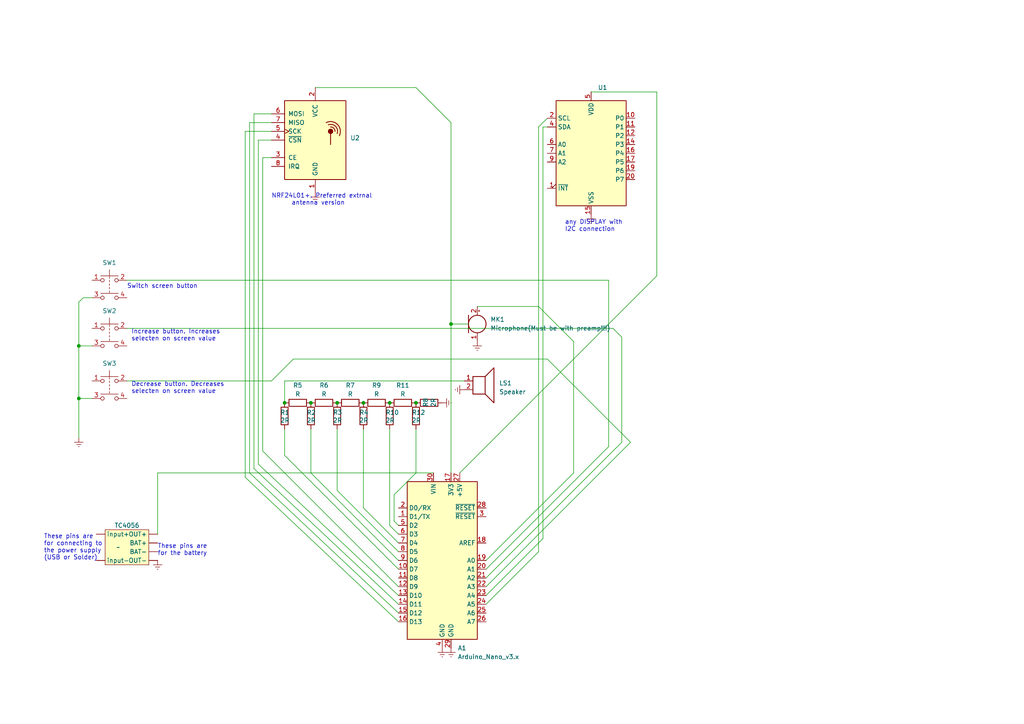
<source format=kicad_sch>
(kicad_sch (version 20230121) (generator eeschema)
  (paper "A4")
  (lib_symbols
    (symbol "Device:Microphone" (pin_names (offset 0.0254) hide)
      (property "Reference" "MK" (at -3.81 1.27 0))
      (property "Value" "Microphone" (at -3.81 -0.635 0))
      (symbol "Microphone_0_1"
        (polyline (pts (xy -2.54 2.54) (xy -2.54 -2.54)) (stroke (width 0.254)))
        (polyline (pts (xy 0.254 3.81) (xy 0.762 3.81)))
        (polyline (pts (xy 0.508 4.064) (xy 0.508 3.556)))
        (circle (center 0 0) (radius 2.54) (stroke (width 0.254)))
      )
      (symbol "Microphone_1_1"
        (pin passive line (at 0 -5.08 90) (length 2.54) (name "-") (number "1"))
        (pin passive line (at 0 5.08 270) (length 2.54) (name "+") (number "2"))
      )
    )
    (symbol "Device:R" (pin_numbers hide) (pin_names (offset 0))
      (property "Reference" "R" (at 2.032 0 90))
      (property "Value" "R" (at 0 0 90))
      (symbol "R_0_1"
        (rectangle (start -1.016 -2.54) (end 1.016 2.54) (stroke (width 0.254)))
      )
      (symbol "R_1_1"
        (pin passive line (at 0 3.81 270) (length 1.27) (name "~") (number "1"))
        (pin passive line (at 0 -3.81 90) (length 1.27) (name "~") (number "2"))
      )
    )
    (symbol "Device:Speaker" (pin_names (offset 0) hide)
      (property "Reference" "LS" (at 1.27 5.715 0))
      (property "Value" "Speaker" (at 1.27 3.81 0))
      (symbol "Speaker_0_0"
        (rectangle (start -2.54 1.27) (end 1.016 -3.81) (stroke (width 0.254)))
        (polyline (pts (xy 1.016 1.27) (xy 3.556 3.81) (xy 3.556 -6.35) (xy 1.016 -3.81)) (stroke (width 0.254)))
      )
      (symbol "Speaker_1_1"
        (pin input line (at -5.08 0 0) (length 2.54) (name "1") (number "1"))
        (pin input line (at -5.08 -2.54 0) (length 2.54) (name "2") (number "2"))
      )
    )
    (symbol "Interface_Expansion:PCF8574TS"
      (property "Reference" "U" (at -8.89 16.51 0))
      (property "Value" "PCF8574TS" (at 3.81 16.51 0))
      (symbol "PCF8574TS_0_1"
        (rectangle (start -10.16 15.24) (end 10.16 -15.24) (stroke (width 0.254)) (fill (type background)))
      )
      (symbol "PCF8574TS_1_1"
        (pin open_collector output_low (at -12.7 -10.16 0) (length 2.54) (name "~{INT}") (number "1"))
        (pin bidirectional line (at 12.7 10.16 180) (length 2.54) (name "P0") (number "10"))
        (pin bidirectional line (at 12.7 7.62 180) (length 2.54) (name "P1") (number "11"))
        (pin bidirectional line (at 12.7 5.08 180) (length 2.54) (name "P2") (number "12"))
        (pin no_connect line (at -10.16 -5.08 0) (length 2.54) hide (name "NC") (number "13"))
        (pin bidirectional line (at 12.7 2.54 180) (length 2.54) (name "P3") (number "14"))
        (pin power_in line (at 0 -17.78 90) (length 2.54) (name "VSS") (number "15"))
        (pin bidirectional line (at 12.7 0 180) (length 2.54) (name "P4") (number "16"))
        (pin bidirectional line (at 12.7 -2.54 180) (length 2.54) (name "P5") (number "17"))
        (pin no_connect line (at -10.16 -7.62 0) (length 2.54) hide (name "NC") (number "18"))
        (pin bidirectional line (at 12.7 -5.08 180) (length 2.54) (name "P6") (number "19"))
        (pin input line (at -12.7 10.16 0) (length 2.54) (name "SCL") (number "2"))
        (pin bidirectional line (at 12.7 -7.62 180) (length 2.54) (name "P7") (number "20"))
        (pin no_connect line (at 10.16 -10.16 180) (length 2.54) hide (name "NC") (number "3"))
        (pin bidirectional line (at -12.7 7.62 0) (length 2.54) (name "SDA") (number "4"))
        (pin power_in line (at 0 17.78 270) (length 2.54) (name "VDD") (number "5"))
        (pin input line (at -12.7 2.54 0) (length 2.54) (name "A0") (number "6"))
        (pin input line (at -12.7 0 0) (length 2.54) (name "A1") (number "7"))
        (pin no_connect line (at 10.16 -12.7 180) (length 2.54) hide (name "NC") (number "8"))
        (pin input line (at -12.7 -2.54 0) (length 2.54) (name "A2") (number "9"))
      )
    )
    (symbol "MCU_Module:Arduino_Nano_v3.x"
      (property "Reference" "A" (at -10.16 23.495 0))
      (property "Value" "Arduino_Nano_v3.x" (at 5.08 -24.13 0))
      (symbol "Arduino_Nano_v3.x_0_1"
        (rectangle (start -10.16 22.86) (end 10.16 -22.86) (stroke (width 0.254)) (fill (type background)))
      )
      (symbol "Arduino_Nano_v3.x_1_1"
        (pin bidirectional line (at -12.7 12.7 0) (length 2.54) (name "D1/TX") (number "1"))
        (pin bidirectional line (at -12.7 -2.54 0) (length 2.54) (name "D7") (number "10"))
        (pin bidirectional line (at -12.7 -5.08 0) (length 2.54) (name "D8") (number "11"))
        (pin bidirectional line (at -12.7 -7.62 0) (length 2.54) (name "D9") (number "12"))
        (pin bidirectional line (at -12.7 -10.16 0) (length 2.54) (name "D10") (number "13"))
        (pin bidirectional line (at -12.7 -12.7 0) (length 2.54) (name "D11") (number "14"))
        (pin bidirectional line (at -12.7 -15.24 0) (length 2.54) (name "D12") (number "15"))
        (pin bidirectional line (at -12.7 -17.78 0) (length 2.54) (name "D13") (number "16"))
        (pin power_out line (at 2.54 25.4 270) (length 2.54) (name "3V3") (number "17"))
        (pin input line (at 12.7 5.08 180) (length 2.54) (name "AREF") (number "18"))
        (pin bidirectional line (at 12.7 0 180) (length 2.54) (name "A0") (number "19"))
        (pin bidirectional line (at -12.7 15.24 0) (length 2.54) (name "D0/RX") (number "2"))
        (pin bidirectional line (at 12.7 -2.54 180) (length 2.54) (name "A1") (number "20"))
        (pin bidirectional line (at 12.7 -5.08 180) (length 2.54) (name "A2") (number "21"))
        (pin bidirectional line (at 12.7 -7.62 180) (length 2.54) (name "A3") (number "22"))
        (pin bidirectional line (at 12.7 -10.16 180) (length 2.54) (name "A4") (number "23"))
        (pin bidirectional line (at 12.7 -12.7 180) (length 2.54) (name "A5") (number "24"))
        (pin bidirectional line (at 12.7 -15.24 180) (length 2.54) (name "A6") (number "25"))
        (pin bidirectional line (at 12.7 -17.78 180) (length 2.54) (name "A7") (number "26"))
        (pin power_out line (at 5.08 25.4 270) (length 2.54) (name "+5V") (number "27"))
        (pin input line (at 12.7 15.24 180) (length 2.54) (name "~{RESET}") (number "28"))
        (pin power_in line (at 2.54 -25.4 90) (length 2.54) (name "GND") (number "29"))
        (pin input line (at 12.7 12.7 180) (length 2.54) (name "~{RESET}") (number "3"))
        (pin power_in line (at -2.54 25.4 270) (length 2.54) (name "VIN") (number "30"))
        (pin power_in line (at 0 -25.4 90) (length 2.54) (name "GND") (number "4"))
        (pin bidirectional line (at -12.7 10.16 0) (length 2.54) (name "D2") (number "5"))
        (pin bidirectional line (at -12.7 7.62 0) (length 2.54) (name "D3") (number "6"))
        (pin bidirectional line (at -12.7 5.08 0) (length 2.54) (name "D4") (number "7"))
        (pin bidirectional line (at -12.7 2.54 0) (length 2.54) (name "D5") (number "8"))
        (pin bidirectional line (at -12.7 0 0) (length 2.54) (name "D6") (number "9"))
      )
    )
    (symbol "RF:NRF24L01_Breakout" (pin_names (offset 1.016))
      (property "Reference" "U" (at -8.89 12.7 0))
      (property "Value" "NRF24L01_Breakout" (at 3.81 12.7 0))
      (symbol "NRF24L01_Breakout_0_1"
        (rectangle (start -8.89 11.43) (end 8.89 -11.43) (stroke (width 0.254)) (fill (type background)))
        (polyline (pts (xy 4.445 1.905) (xy 4.445 -1.27)) (stroke (width 0.254)))
        (circle (center 4.445 2.54) (radius 0.635) (stroke (width 0.254)) (fill (type outline)))
        (arc (start 5.715 2.54) (mid 5.3521 3.4546) (end 4.445 3.81) (stroke (width 0.254)))
        (arc (start 6.35 1.905) (mid 5.8763 3.9854) (end 3.81 4.445) (stroke (width 0.254)))
        (arc (start 6.985 1.27) (mid 6.453 4.548) (end 3.175 5.08) (stroke (width 0.254)))
      )
      (symbol "NRF24L01_Breakout_1_1"
        (pin power_in line (at 0 -15.24 90) (length 3.81) (name "GND") (number "1"))
        (pin power_in line (at 0 15.24 270) (length 3.81) (name "VCC") (number "2"))
        (pin input line (at -12.7 -5.08 0) (length 3.81) (name "CE") (number "3"))
        (pin input line (at -12.7 0 0) (length 3.81) (name "~{CSN}") (number "4"))
        (pin input clock (at -12.7 2.54 0) (length 3.81) (name "SCK") (number "5"))
        (pin input line (at -12.7 7.62 0) (length 3.81) (name "MOSI") (number "6"))
        (pin output line (at -12.7 5.08 0) (length 3.81) (name "MISO") (number "7"))
        (pin output line (at -12.7 -7.62 0) (length 3.81) (name "IRQ") (number "8"))
      )
    )
    (symbol "Switch:SW_Push_Dual" (pin_names (offset 1.016) hide)
      (property "Reference" "SW" (at 1.27 2.54 0))
      (property "Value" "SW_Push_Dual" (at 0 -6.858 0))
      (symbol "SW_Push_Dual_0_1"
        (circle (center -2.032 -5.08) (radius 0.508))
        (circle (center -2.032 0) (radius 0.508))
        (polyline (pts (xy 0 -3.048) (xy 0 -3.556)))
        (polyline (pts (xy 0 -2.032) (xy 0 -2.54)))
        (polyline (pts (xy 0 -1.524) (xy 0 -1.016)))
        (polyline (pts (xy 0 -0.508) (xy 0 0)))
        (polyline (pts (xy 0 0.508) (xy 0 1.016)))
        (polyline (pts (xy 0 1.27) (xy 0 3.048)))
        (polyline (pts (xy 2.54 -3.81) (xy -2.54 -3.81)))
        (polyline (pts (xy 2.54 1.27) (xy -2.54 1.27)))
        (circle (center 2.032 -5.08) (radius 0.508))
        (circle (center 2.032 0) (radius 0.508))
        (pin passive line (at -5.08 0 0) (length 2.54) (name "1") (number "1"))
        (pin passive line (at 5.08 0 180) (length 2.54) (name "2") (number "2"))
        (pin passive line (at -5.08 -5.08 0) (length 2.54) (name "3") (number "3"))
        (pin passive line (at 5.08 -5.08 180) (length 2.54) (name "4") (number "4"))
      )
    )
    (symbol "from_internet:tc4056"
      (property "Reference" "TC4056" (at -1.27 0 0))
      (symbol "tc4056_1_1"
        (rectangle (start -5.08 5.08) (end 7.62 -5.08) (fill (type background)))
        (pin bidirectional line (at 10.16 1.27 180) (length 2.54) (name "BAT+") (number ""))
        (pin bidirectional line (at 10.16 -1.27 180) (length 2.54) (name "BAT-") (number ""))
        (pin output line (at 10.16 3.81 180) (length 2.54) (name "OUT+") (number ""))
        (pin output line (at 10.16 -3.81 180) (length 2.54) (name "OUT-") (number ""))
        (pin input line (at -7.62 3.81 0) (length 2.54) (name "input+") (number ""))
        (pin input line (at -7.62 -3.81 0) (length 2.54) (name "input-") (number ""))
      )
    )
    (symbol "power:Earth" (power) (pin_names (offset 0))
      (symbol "Earth_0_1"
        (polyline (pts (xy -0.635 -1.905) (xy 0.635 -1.905)))
        (polyline (pts (xy -0.127 -2.54) (xy 0.127 -2.54)))
        (polyline (pts (xy 0 -1.27) (xy 0 0)))
        (polyline (pts (xy 1.27 -1.27) (xy -1.27 -1.27)))
      )
      (symbol "Earth_1_1"
        (pin power_in line (at 0 0 270) (length 0) hide (name "Earth") (number "1"))
      )
    )
  )
  (junction (at 120.65 116.84))
  (junction (at 90.17 116.84))
  (junction (at 82.55 116.84))
  (junction (at 22.86 115.57))
  (junction (at 97.79 116.84))
  (junction (at 113.03 116.84))
  (junction (at 130.81 93.98))
  (junction (at 22.86 100.33))
  (junction (at 105.41 116.84))
  (wire (pts (xy 113.03 124.46) (xy 113.03 152.4)))
  (wire (pts (xy 114.3 151.13) (xy 115.57 152.4)))
  (wire (pts (xy 72.39 35.56) (xy 72.39 137.16)))
  (wire (pts (xy 157.48 36.83) (xy 158.75 36.83)))
  (wire (pts (xy 156.21 36.83) (xy 158.75 34.29)))
  (wire (pts (xy 166.37 99.06) (xy 166.37 137.16)))
  (wire (pts (xy 45.72 137.16) (xy 125.73 137.16)))
  (wire (pts (xy 73.66 33.02) (xy 73.66 135.89)))
  (wire (pts (xy 171.45 26.67) (xy 190.5 26.67)))
  (wire (pts (xy 180.34 128.27) (xy 140.97 167.64)))
  (wire (pts (xy 105.41 147.32) (xy 115.57 157.48)))
  (wire (pts (xy 82.55 110.49) (xy 134.62 110.49)))
  (wire (pts (xy 76.2 45.72) (xy 76.2 130.81)))
  (wire (pts (xy 120.65 124.46) (xy 120.65 137.16)))
  (wire (pts (xy 90.17 137.16) (xy 115.57 162.56)))
  (wire (pts (xy 120.65 137.16) (xy 114.3 143.51)))
  (wire (pts (xy 113.03 152.4) (xy 115.57 154.94)))
  (wire (pts (xy 166.37 137.16) (xy 140.97 162.56)))
  (wire (pts (xy 22.86 115.57) (xy 26.67 115.57)))
  (wire (pts (xy 74.93 134.62) (xy 115.57 172.72)))
  (wire (pts (xy 140.97 175.26) (xy 156.21 160.02)))
  (wire (pts (xy 22.86 87.63) (xy 22.86 100.33)))
  (wire (pts (xy 138.43 88.9) (xy 156.21 88.9)))
  (wire (pts (xy 97.79 124.46) (xy 97.79 142.24)))
  (wire (pts (xy 72.39 35.56) (xy 78.74 35.56)))
  (wire (pts (xy 22.86 115.57) (xy 22.86 127)))
  (wire (pts (xy 76.2 45.72) (xy 78.74 45.72)))
  (wire (pts (xy 36.83 81.28) (xy 176.53 81.28)))
  (wire (pts (xy 91.44 25.4) (xy 120.65 25.4)))
  (wire (pts (xy 82.55 110.49) (xy 82.55 116.84)))
  (wire (pts (xy 73.66 33.02) (xy 78.74 33.02)))
  (wire (pts (xy 76.2 130.81) (xy 115.57 170.18)))
  (wire (pts (xy 130.81 93.98) (xy 135.89 93.98)))
  (wire (pts (xy 105.41 124.46) (xy 105.41 147.32)))
  (wire (pts (xy 180.34 97.79) (xy 180.34 128.27)))
  (wire (pts (xy 45.72 137.16) (xy 45.72 154.94)))
  (wire (pts (xy 130.81 93.98) (xy 130.81 35.56)))
  (wire (pts (xy 157.48 36.83) (xy 157.48 156.21)))
  (wire (pts (xy 90.17 124.46) (xy 90.17 137.16)))
  (wire (pts (xy 22.86 100.33) (xy 22.86 115.57)))
  (wire (pts (xy 130.81 35.56) (xy 120.65 25.4)))
  (wire (pts (xy 114.3 143.51) (xy 114.3 151.13)))
  (wire (pts (xy 177.8 95.25) (xy 180.34 97.79)))
  (wire (pts (xy 71.12 38.1) (xy 78.74 38.1)))
  (wire (pts (xy 130.81 137.16) (xy 130.81 93.98)))
  (wire (pts (xy 176.53 129.54) (xy 140.97 165.1)))
  (wire (pts (xy 82.55 124.46) (xy 82.55 132.08)))
  (wire (pts (xy 85.09 104.14) (xy 158.75 104.14)))
  (wire (pts (xy 72.39 137.16) (xy 115.57 177.8)))
  (wire (pts (xy 182.88 128.27) (xy 140.97 170.18)))
  (wire (pts (xy 22.86 100.33) (xy 26.67 100.33)))
  (wire (pts (xy 97.79 142.24) (xy 115.57 160.02)))
  (wire (pts (xy 71.12 38.1) (xy 71.12 138.43)))
  (wire (pts (xy 73.66 135.89) (xy 115.57 175.26)))
  (wire (pts (xy 71.12 138.43) (xy 115.57 180.34)))
  (wire (pts (xy 176.53 81.28) (xy 176.53 129.54)))
  (wire (pts (xy 156.21 88.9) (xy 166.37 99.06)))
  (wire (pts (xy 82.55 132.08) (xy 115.57 165.1)))
  (wire (pts (xy 158.75 104.14) (xy 182.88 128.27)))
  (wire (pts (xy 26.67 86.36) (xy 24.13 86.36)))
  (wire (pts (xy 74.93 40.64) (xy 74.93 134.62)))
  (wire (pts (xy 157.48 156.21) (xy 140.97 172.72)))
  (wire (pts (xy 190.5 80.01) (xy 133.35 137.16)))
  (wire (pts (xy 78.74 110.49) (xy 85.09 104.14)))
  (wire (pts (xy 190.5 26.67) (xy 190.5 80.01)))
  (wire (pts (xy 36.83 110.49) (xy 78.74 110.49)))
  (wire (pts (xy 36.83 95.25) (xy 177.8 95.25)))
  (wire (pts (xy 74.93 40.64) (xy 78.74 40.64)))
  (wire (pts (xy 156.21 36.83) (xy 156.21 160.02)))
  (wire (pts (xy 24.13 86.36) (xy 22.86 87.63)))
  (text "These pins are\nfor connecting to\nthe power supply\n(USB or Solder)" (at 12.7 162.56 0) (effects (font (size 1.27 1.27)) (justify left bottom)))
  (text "NRF24L01+. Preferred extrnal\n      antenna version" (at 78.74 59.69 0) (effects (font (size 1.27 1.27)) (justify left bottom)))
  (text "Switch screen button" (at 36.83 83.82 0) (effects (font (size 1.27 1.27)) (justify left bottom)))
  (text "Decrease button. Decreases\nselecten on screen value" (at 38.1 114.3 0) (effects (font (size 1.27 1.27)) (justify left bottom)))
  (text "Increase button. Increases\nselecten on screen value" (at 38.1 99.06 0) (effects (font (size 1.27 1.27)) (justify left bottom)))
  (text "These pins are\nfor the battery" (at 45.72 161.29 0) (effects (font (size 1.27 1.27)) (justify left bottom)))
  (text "any DISPLAY with\nI2C connection" (at 163.83 67.31 0) (effects (font (size 1.27 1.27)) (justify left bottom)))
  (symbol (lib_id "Device:R") (at 97.79 120.65 0) (unit 1)
    (property "Reference" "R3" (at 96.566 119.616 0) (effects (justify left)))
    (property "Value" "2R" (at 96.52 121.92 0) (effects (justify left)))
  )
  (symbol (lib_id "Interface_Expansion:PCF8574TS") (at 171.45 44.45 0) (unit 1)
    (property "Reference" "U1" (at 173.4059 25.4 0) (effects (justify left)))
    (property "Value" "PCF8574TS" (effects hide))
    (property "Footprint" "Package_SO:SSOP-20_4.4x6.5mm_P0.65mm" (effects hide))
    (property "Datasheet" "http://www.nxp.com/documents/data_sheet/PCF8574_PCF8574A.pdf" (effects hide))
  )
  (symbol (lib_id "Device:R") (at 116.84 116.84 90) (unit 1)
    (property "Reference" "R11" (at 116.84 111.76 90))
    (property "Value" "R" (at 116.84 114.3 90))
  )
  (symbol (lib_id "RF:NRF24L01_Breakout") (at 91.44 40.64 0) (unit 1)
    (property "Reference" "U2" (at 101.6 40.005 0) (effects (justify left)))
    (property "Value" "NRF24L01_Breakout" (effects hide))
    (property "Footprint" "RF_Module:nRF24L01_Breakout" (effects hide))
    (property "Datasheet" "http://www.nordicsemi.com/eng/content/download/2730/34105/file/nRF24L01_Product_Specification_v2_0.pdf" (effects hide))
  )
  (symbol (lib_id "Switch:SW_Push_Dual") (at 31.75 110.49 0) (unit 1)
    (property "Reference" "SW3" (at 31.75 105.41 0))
    (property "Value" "SW_Push_Dual" (effects hide))
  )
  (symbol (lib_id "Device:R") (at 93.98 116.84 90) (unit 1)
    (property "Reference" "R6" (at 93.98 111.76 90))
    (property "Value" "R" (at 93.98 114.3 90))
  )
  (symbol (lib_id "power:Earth") (at 171.45 62.23 0) (unit 1)
    (property "Reference" "#PWR03" (effects hide))
    (property "Value" "Earth" (effects hide))
  )
  (symbol (lib_id "Device:Microphone") (at 138.43 93.98 0) (unit 1)
    (property "Reference" "MK1" (at 142.24 92.6465 0) (effects (justify left)))
    (property "Value" "Microphone(Must be with preamp!!!)" (at 142.24 95.1865 0) (effects (justify left)))
  )
  (symbol (lib_id "Device:R") (at 86.36 116.84 90) (unit 1)
    (property "Reference" "R5" (at 86.36 111.76 90))
    (property "Value" "R" (at 86.36 114.3 90))
  )
  (symbol (lib_id "Switch:SW_Push_Dual") (at 31.75 81.28 0) (unit 1)
    (property "Reference" "SW1" (at 31.75 76.2 0))
    (property "Value" "SW_Push_Dual" (effects hide))
  )
  (symbol (lib_id "Device:Speaker") (at 139.7 110.49 0) (unit 1)
    (property "Reference" "LS1" (at 144.78 111.125 0) (effects (justify left)))
    (property "Value" "Speaker" (at 144.78 113.665 0) (effects (justify left)))
  )
  (symbol (lib_id "Device:R") (at 82.55 120.65 0) (unit 1)
    (property "Reference" "R1" (at 81.2682 119.639 0) (effects (justify left)))
    (property "Value" "2R" (at 81.28 121.92 0) (effects (justify left)))
  )
  (symbol (lib_id "Device:R") (at 109.22 116.84 90) (unit 1)
    (property "Reference" "R9" (at 109.22 111.76 90))
    (property "Value" "R" (at 109.22 114.3 90))
  )
  (symbol (lib_id "power:Earth") (at 128.27 187.96 0) (unit 1)
    (property "Reference" "#PWR05" (effects hide))
    (property "Value" "Earth" (effects hide))
  )
  (symbol (lib_id "Device:R") (at 120.65 120.65 0) (unit 1)
    (property "Reference" "R12" (at 119.4434 119.639 0) (effects (justify left)))
    (property "Value" "2R" (at 119.38 121.92 0) (effects (justify left)))
  )
  (symbol (lib_id "power:Earth") (at 130.81 187.96 0) (unit 1)
    (property "Reference" "#PWR06" (effects hide))
    (property "Value" "Earth" (effects hide))
  )
  (symbol (lib_id "power:Earth") (at 45.72 162.56 0) (unit 1)
    (property "Reference" "#PWR02" (effects hide))
    (property "Value" "Earth" (effects hide))
  )
  (symbol (lib_id "Device:R") (at 124.46 116.84 90) (unit 1)
    (property "Reference" "R8" (at 123.449 118.0466 0) (effects (justify left)))
    (property "Value" "2R" (at 125.73 118.11 0) (effects (justify left)))
  )
  (symbol (lib_id "MCU_Module:Arduino_Nano_v3.x") (at 128.27 162.56 0) (unit 1)
    (property "Reference" "A1" (at 132.7659 187.96 0) (effects (justify left)))
    (property "Value" "Arduino_Nano_v3.x" (at 132.7659 190.5 0) (effects (justify left)))
    (property "Footprint" "Module:Arduino_Nano" (effects hide))
    (property "Datasheet" "http://www.mouser.com/pdfdocs/Gravitech_Arduino_Nano3_0.pdf" (effects hide))
  )
  (symbol (lib_id "power:Earth") (at 138.43 99.06 0) (unit 1)
    (property "Reference" "#PWR09" (effects hide))
    (property "Value" "Earth" (effects hide))
  )
  (symbol (lib_id "Switch:SW_Push_Dual") (at 31.75 95.25 0) (unit 1)
    (property "Reference" "SW2" (at 31.75 90.17 0))
    (property "Value" "SW_Push_Dual" (effects hide))
  )
  (symbol (lib_id "power:Earth") (at 22.86 127 0) (unit 1)
    (property "Reference" "#PWR01" (effects hide))
    (property "Value" "Earth" (effects hide))
  )
  (symbol (lib_id "Device:R") (at 101.6 116.84 90) (unit 1)
    (property "Reference" "R7" (at 101.6 111.76 90))
    (property "Value" "R" (at 101.6 114.3 90))
  )
  (symbol (lib_id "Device:R") (at 113.03 120.65 0) (unit 1)
    (property "Reference" "R10" (at 111.8234 119.639 0) (effects (justify left)))
    (property "Value" "2R" (at 111.76 121.92 0) (effects (justify left)))
  )
  (symbol (lib_id "power:Earth") (at 134.62 113.03 270) (unit 1)
    (property "Reference" "#PWR08" (effects hide))
    (property "Value" "Earth" (effects hide))
  )
  (symbol (lib_id "Device:R") (at 105.41 120.65 0) (unit 1)
    (property "Reference" "R4" (at 104.2034 119.639 0) (effects (justify left)))
    (property "Value" "2R" (at 104.14 121.92 0) (effects (justify left)))
  )
  (symbol (lib_id "power:Earth") (at 91.44 55.88 0) (unit 1)
    (property "Reference" "#PWR04" (effects hide))
    (property "Value" "Earth" (effects hide))
  )
  (symbol (lib_id "Device:R") (at 90.17 120.65 0) (unit 1)
    (property "Reference" "R2" (at 88.9517 119.6621 0) (effects (justify left)))
    (property "Value" "2R" (at 88.9 121.92 0) (effects (justify left)))
  )
  (symbol (lib_id "from_internet:tc4056") (at 35.56 158.75 0) (unit 1)
    (property "Reference" "TC4056" (at 36.83 152.4 0))
    (property "Value" "~" (at 34.29 158.75 0))
  )
  (symbol (lib_id "power:Earth") (at 128.27 116.84 90) (unit 1)
    (property "Reference" "#PWR07" (effects hide))
    (property "Value" "Earth" (effects hide))
  )
)
</source>
